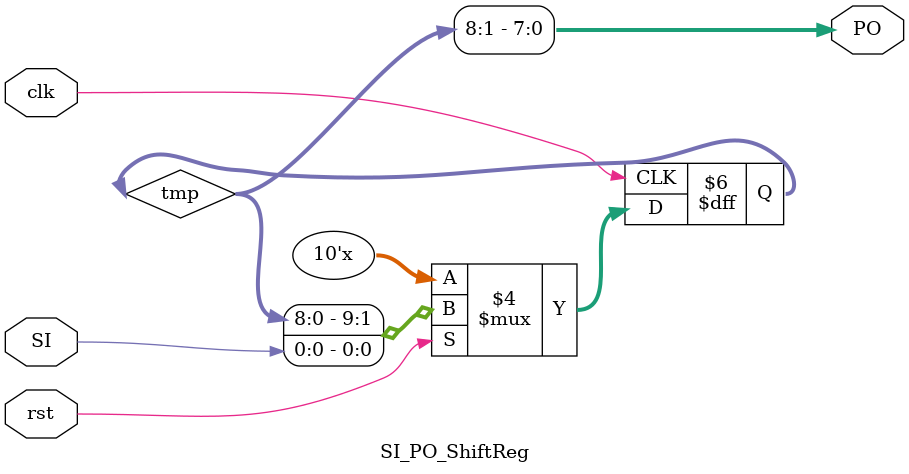
<source format=v>

module SI_PO_ShiftReg (clk, rst, SI, PO); 
	input  clk, rst, SI; 
	output [7:0] PO; 
	reg [9:0] tmp; 
 
	always @(posedge clk) 
	
	begin
		if (!rst) begin
			tmp = 10'bx;
		end else begin
			tmp = {tmp[8:0], SI}; // Shift in the 1-bit input value 
		end
	end 
	
	assign PO = tmp[8:1];
	
endmodule 


</source>
